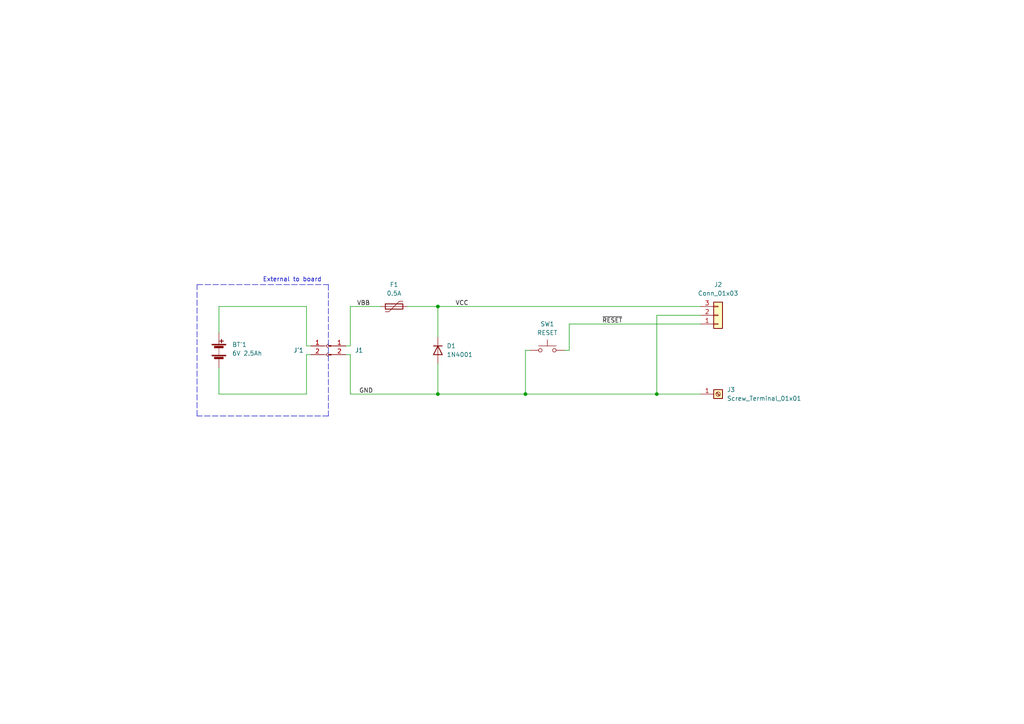
<source format=kicad_sch>
(kicad_sch (version 20250114) (generator "eeschema") (generator_version "9.0")
  (paper "A4")
  (lib_symbols
    (symbol "Connector:Conn_01x02_Female" (pin_names (offset 1.016) (hide yes))
      (property "Reference" "J" (at 0 2.54 0))
      (property "Value" "Conn_01x02_Female" (at 0 -5.08 0))
      (symbol "Conn_01x02_Female_1_1"
        (polyline (pts (xy -1.27 0) (xy -0.508 0)) (stroke (width 0.1524)))
        (polyline (pts (xy -1.27 -2.54) (xy -0.508 -2.54)) (stroke (width 0.1524)))
        (arc (start 0 -0.508) (mid -0.5058 0) (end 0 0.508) (stroke (width 0.1524)))
        (arc (start 0 -3.048) (mid -0.5058 -2.54) (end 0 -2.032) (stroke (width 0.1524)))
        (pin passive line (at -5.08 0 0) (length 3.81) (name "Pin_1") (number "1"))
        (pin passive line (at -5.08 -2.54 0) (length 3.81) (name "Pin_2") (number "2"))
      )
    )
    (symbol "Connector:Conn_01x02_Male" (pin_names (offset 1.016) (hide yes))
      (property "Reference" "J" (at 0 2.54 0))
      (property "Value" "Conn_01x02_Male" (at 0 -5.08 0))
      (symbol "Conn_01x02_Male_1_1"
        (rectangle (start 0.8636 0.127) (end 0 -0.127) (stroke (width 0.1524)) (fill (type outline)))
        (rectangle (start 0.8636 -2.413) (end 0 -2.667) (stroke (width 0.1524)) (fill (type outline)))
        (polyline (pts (xy 1.27 0) (xy 0.8636 0)) (stroke (width 0.1524)))
        (polyline (pts (xy 1.27 -2.54) (xy 0.8636 -2.54)) (stroke (width 0.1524)))
        (pin passive line (at 5.08 0 180) (length 3.81) (name "Pin_1") (number "1"))
        (pin passive line (at 5.08 -2.54 180) (length 3.81) (name "Pin_2") (number "2"))
      )
    )
    (symbol "Connector:Screw_Terminal_01x01" (pin_names (offset 1.016) (hide yes))
      (property "Reference" "J" (at 0 2.54 0))
      (property "Value" "Screw_Terminal_01x01" (at 0 -2.54 0))
      (symbol "Screw_Terminal_01x01_1_1"
        (rectangle (start -1.27 1.27) (end 1.27 -1.27) (stroke (width 0.254)) (fill (type background)))
        (polyline (pts (xy -0.5334 0.3302) (xy 0.3302 -0.508)) (stroke (width 0.1524)))
        (polyline (pts (xy -0.3556 0.508) (xy 0.508 -0.3302)) (stroke (width 0.1524)))
        (circle (center 0 0) (radius 0.635) (stroke (width 0.1524)))
        (pin passive line (at -5.08 0 0) (length 3.81) (name "Pin_1") (number "1"))
      )
    )
    (symbol "Connector_Generic:Conn_01x03" (pin_names (offset 1.016) (hide yes))
      (property "Reference" "J" (at 0 5.08 0))
      (property "Value" "Conn_01x03" (at 0 -5.08 0))
      (symbol "Conn_01x03_1_1"
        (rectangle (start -1.27 3.81) (end 1.27 -3.81) (stroke (width 0.254)) (fill (type background)))
        (rectangle (start -1.27 2.667) (end 0 2.413) (stroke (width 0.1524)))
        (rectangle (start -1.27 0.127) (end 0 -0.127) (stroke (width 0.1524)))
        (rectangle (start -1.27 -2.413) (end 0 -2.667) (stroke (width 0.1524)))
        (pin passive line (at -5.08 2.54 0) (length 3.81) (name "Pin_1") (number "1"))
        (pin passive line (at -5.08 0 0) (length 3.81) (name "Pin_2") (number "2"))
        (pin passive line (at -5.08 -2.54 0) (length 3.81) (name "Pin_3") (number "3"))
      )
    )
    (symbol "Device:Battery" (pin_numbers (hide yes)) (pin_names (offset 0) (hide yes))
      (property "Reference" "BT" (at 2.54 2.54 0))
      (property "Value" "Battery" (at 2.54 0 0))
      (symbol "Battery_0_1"
        (rectangle (start -2.032 1.778) (end 2.032 1.524) (fill (type outline)))
        (rectangle (start -2.032 -1.397) (end 2.032 -1.651) (fill (type outline)))
        (rectangle (start -1.3208 1.1938) (end 1.27 0.6858) (fill (type outline)))
        (rectangle (start -1.3208 -1.9812) (end 1.27 -2.4892) (fill (type outline)))
        (polyline (pts (xy 0 1.778) (xy 0 2.54)))
        (polyline (pts (xy 0 0.508) (xy 0 0.762)))
        (polyline (pts (xy 0 0) (xy 0 0.254)))
        (polyline (pts (xy 0 -0.508) (xy 0 -0.254)))
        (polyline (pts (xy 0 -1.016) (xy 0 -0.762)))
        (polyline (pts (xy 0 -1.524) (xy 0 -1.27)))
        (polyline (pts (xy 0.254 2.667) (xy 1.27 2.667)) (stroke (width 0.254)))
        (polyline (pts (xy 0.762 3.175) (xy 0.762 2.159)) (stroke (width 0.254)))
      )
      (symbol "Battery_1_1"
        (pin passive line (at 0 5.08 270) (length 2.54) (name "+") (number "1"))
        (pin passive line (at 0 -5.08 90) (length 2.54) (name "-") (number "2"))
      )
    )
    (symbol "Device:D" (pin_numbers (hide yes)) (pin_names (offset 1.016) (hide yes))
      (property "Reference" "D" (at 0 2.54 0))
      (property "Value" "D" (at 0 -2.54 0))
      (symbol "D_0_1"
        (polyline (pts (xy -1.27 1.27) (xy -1.27 -1.27)) (stroke (width 0.254)))
        (polyline (pts (xy 1.27 1.27) (xy 1.27 -1.27) (xy -1.27 0) (xy 1.27 1.27)) (stroke (width 0.254)))
        (polyline (pts (xy 1.27 0) (xy -1.27 0)))
      )
      (symbol "D_1_1"
        (pin passive line (at -3.81 0 0) (length 2.54) (name "K") (number "1"))
        (pin passive line (at 3.81 0 180) (length 2.54) (name "A") (number "2"))
      )
    )
    (symbol "Device:Polyfuse" (pin_numbers (hide yes)) (pin_names (offset 0))
      (property "Reference" "F" (at -2.54 0 90))
      (property "Value" "Polyfuse" (at 2.54 0 90))
      (symbol "Polyfuse_0_1"
        (polyline (pts (xy -1.524 2.54) (xy -1.524 1.524) (xy 1.524 -1.524) (xy 1.524 -2.54)))
        (rectangle (start -0.762 2.54) (end 0.762 -2.54) (stroke (width 0.254)))
        (polyline (pts (xy 0 2.54) (xy 0 -2.54)))
      )
      (symbol "Polyfuse_1_1"
        (pin passive line (at 0 3.81 270) (length 1.27) (name "~") (number "1"))
        (pin passive line (at 0 -3.81 90) (length 1.27) (name "~") (number "2"))
      )
    )
    (symbol "Switch:SW_Push" (pin_numbers (hide yes)) (pin_names (offset 1.016) (hide yes))
      (property "Reference" "SW" (at 1.27 2.54 0))
      (property "Value" "SW_Push" (at 0 -1.524 0))
      (symbol "SW_Push_0_1"
        (circle (center -2.032 0) (radius 0.508))
        (polyline (pts (xy 0 1.27) (xy 0 3.048)))
        (circle (center 2.032 0) (radius 0.508))
        (polyline (pts (xy 2.54 1.27) (xy -2.54 1.27)))
        (pin passive line (at -5.08 0 0) (length 2.54) (name "1") (number "1"))
        (pin passive line (at 5.08 0 180) (length 2.54) (name "2") (number "2"))
      )
    )
  )
  (text "External to board" (at 76.2 81.915 0) (effects (font (size 1.27 1.27)) (justify left bottom)))
  (junction (at 127 114.3))
  (junction (at 127 88.9))
  (junction (at 152.4 114.3))
  (junction (at 190.5 114.3))
  (wire (pts (xy 127 114.3) (xy 152.4 114.3)))
  (wire (pts (xy 152.4 114.3) (xy 190.5 114.3)))
  (wire (pts (xy 118.11 88.9) (xy 127 88.9)))
  (wire (pts (xy 190.5 114.3) (xy 203.2 114.3)))
  (polyline (pts (xy 95.25 82.55) (xy 95.25 120.65)) (stroke (width 0) (type dash)))
  (wire (pts (xy 165.1 93.98) (xy 165.1 101.6)))
  (wire (pts (xy 63.5 114.3) (xy 88.9 114.3)))
  (polyline (pts (xy 57.15 120.65) (xy 57.15 82.55)) (stroke (width 0) (type dash)))
  (polyline (pts (xy 95.25 120.65) (xy 57.15 120.65)) (stroke (width 0) (type dash)))
  (wire (pts (xy 90.17 100.33) (xy 88.9 100.33)))
  (wire (pts (xy 88.9 102.87) (xy 88.9 114.3)))
  (wire (pts (xy 63.5 88.9) (xy 88.9 88.9)))
  (wire (pts (xy 152.4 101.6) (xy 152.4 114.3)))
  (wire (pts (xy 203.2 91.44) (xy 190.5 91.44)))
  (polyline (pts (xy 57.15 82.55) (xy 95.25 82.55)) (stroke (width 0) (type dash)))
  (wire (pts (xy 101.6 114.3) (xy 127 114.3)))
  (wire (pts (xy 100.33 100.33) (xy 101.6 100.33)))
  (wire (pts (xy 88.9 88.9) (xy 88.9 100.33)))
  (wire (pts (xy 165.1 101.6) (xy 163.83 101.6)))
  (wire (pts (xy 153.67 101.6) (xy 152.4 101.6)))
  (wire (pts (xy 127 88.9) (xy 127 97.79)))
  (wire (pts (xy 101.6 88.9) (xy 110.49 88.9)))
  (wire (pts (xy 101.6 88.9) (xy 101.6 100.33)))
  (wire (pts (xy 190.5 91.44) (xy 190.5 114.3)))
  (wire (pts (xy 63.5 88.9) (xy 63.5 96.52)))
  (wire (pts (xy 127 88.9) (xy 203.2 88.9)))
  (wire (pts (xy 100.33 102.87) (xy 101.6 102.87)))
  (wire (pts (xy 63.5 114.3) (xy 63.5 106.68)))
  (wire (pts (xy 203.2 93.98) (xy 165.1 93.98)))
  (wire (pts (xy 127 105.41) (xy 127 114.3)))
  (wire (pts (xy 101.6 102.87) (xy 101.6 114.3)))
  (wire (pts (xy 90.17 102.87) (xy 88.9 102.87)))
  (label "VBB" (at 103.505 88.9 0))
  (label "GND" (at 104.14 114.3 0))
  (label "~{RESET}" (at 174.625 93.98 0))
  (label "VCC" (at 132.08 88.9 0))
  (symbol (lib_id "Device:Battery") (at 63.5 101.6 0) (unit 1) (on_board no)
    (property "Reference" "BT'1" (at 67.31 99.9489 0) (effects (justify left)))
    (property "Value" "6V 2.5Ah" (at 67.31 102.4889 0) (effects (justify left)))
  )
  (symbol (lib_id "Connector:Conn_01x02_Male") (at 95.25 100.33 0) (unit 1)
    (property "Reference" "J1" (at 104.14 101.6 0))
    (property "Value" "Conn_01x02_Male" (effects (hide yes)))
    (property "Footprint" "Connector_PinHeader_2.54mm:PinHeader_1x02_P2.54mm_Vertical" (effects (hide yes)))
  )
  (symbol (lib_id "Device:Polyfuse") (at 114.3 88.9 90) (unit 1)
    (property "Reference" "F1" (at 114.3 82.55 90))
    (property "Value" "0.5A" (at 114.3 85.09 90))
    (property "Footprint" "project:Fuse_2920_7451Metric_Pad2.10x5.45mm_HandSolder" (effects (hide yes)))
  )
  (symbol (lib_id "Device:D") (at 127 101.6 270) (unit 1)
    (property "Reference" "D1" (at 129.54 100.3299 90) (effects (justify left)))
    (property "Value" "1N4001" (at 129.54 102.8699 90) (effects (justify left)))
    (property "Footprint" "Diode_SMD:D_SMA" (effects (hide yes)))
  )
  (symbol (lib_id "Switch:SW_Push") (at 158.75 101.6 0) (unit 1)
    (property "Reference" "SW1" (at 158.75 93.98 0))
    (property "Value" "RESET" (at 158.75 96.52 0))
    (property "Footprint" "Button_Switch_THT:SW_PUSH_6mm" (effects (hide yes)))
  )
  (symbol (lib_id "Connector_Generic:Conn_01x03") (at 208.28 91.44 0) (mirror x) (unit 1)
    (property "Reference" "J2" (at 208.28 82.55 0))
    (property "Value" "Conn_01x03" (at 208.28 85.09 0))
    (property "Footprint" "Connector_PinHeader_2.54mm:PinHeader_1x03_P2.54mm_Horizontal" (effects (hide yes)))
  )
  (symbol (lib_id "Connector:Screw_Terminal_01x01") (at 208.28 114.3 0) (unit 1)
    (property "Reference" "J3" (at 210.82 113.0299 0) (effects (justify left)))
    (property "Value" "Screw_Terminal_01x01" (at 210.82 115.5699 0) (effects (justify left)))
    (property "Footprint" "project:M3x6 Mounting stud pressfit" (effects (hide yes)))
  )
  (symbol (lib_id "Connector:Conn_01x02_Female") (at 95.25 100.33 0) (unit 1) (on_board no)
    (property "Reference" "J'1" (at 85.09 101.6 0) (effects (justify left)))
    (property "Value" "Conn_01x02_Female" (effects (hide yes)))
  )
)
</source>
